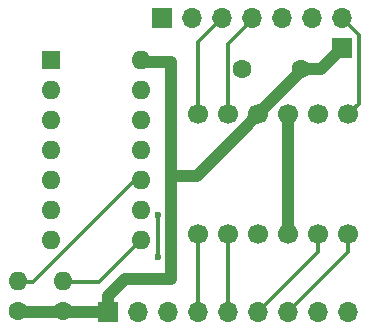
<source format=gbr>
G04 #@! TF.GenerationSoftware,KiCad,Pcbnew,7.0.2*
G04 #@! TF.CreationDate,2025-03-19T22:04:08+13:00*
G04 #@! TF.ProjectId,C128_Pi1541_Interface,43313238-5f50-4693-9135-34315f496e74,rev?*
G04 #@! TF.SameCoordinates,Original*
G04 #@! TF.FileFunction,Copper,L1,Top*
G04 #@! TF.FilePolarity,Positive*
%FSLAX46Y46*%
G04 Gerber Fmt 4.6, Leading zero omitted, Abs format (unit mm)*
G04 Created by KiCad (PCBNEW 7.0.2) date 2025-03-19 22:04:08*
%MOMM*%
%LPD*%
G01*
G04 APERTURE LIST*
G04 #@! TA.AperFunction,ComponentPad*
%ADD10R,1.700000X1.700000*%
G04 #@! TD*
G04 #@! TA.AperFunction,ComponentPad*
%ADD11C,1.600000*%
G04 #@! TD*
G04 #@! TA.AperFunction,ComponentPad*
%ADD12O,1.600000X1.600000*%
G04 #@! TD*
G04 #@! TA.AperFunction,ComponentPad*
%ADD13R,1.600000X1.600000*%
G04 #@! TD*
G04 #@! TA.AperFunction,ComponentPad*
%ADD14C,1.700000*%
G04 #@! TD*
G04 #@! TA.AperFunction,ComponentPad*
%ADD15O,1.700000X1.700000*%
G04 #@! TD*
G04 #@! TA.AperFunction,ViaPad*
%ADD16C,0.600000*%
G04 #@! TD*
G04 #@! TA.AperFunction,Conductor*
%ADD17C,1.000000*%
G04 #@! TD*
G04 #@! TA.AperFunction,Conductor*
%ADD18C,0.300000*%
G04 #@! TD*
G04 APERTURE END LIST*
D10*
G04 #@! TO.P,,1*
G04 #@! TO.N,+5v*
X138430000Y-66167000D03*
G04 #@! TD*
D11*
G04 #@! TO.P,,1*
G04 #@! TO.N,+5v*
X110998000Y-88392000D03*
D12*
G04 #@! TO.P,,2*
G04 #@! TO.N,CLK*
X110998000Y-85852000D03*
G04 #@! TD*
D13*
G04 #@! TO.P,U1,1*
G04 #@! TO.N,GND*
X113792000Y-67183000D03*
D12*
G04 #@! TO.P,U1,2*
G04 #@! TO.N,N/C*
X113792000Y-69723000D03*
G04 #@! TO.P,U1,3*
G04 #@! TO.N,GND*
X113792000Y-72263000D03*
G04 #@! TO.P,U1,4*
G04 #@! TO.N,N/C*
X113792000Y-74803000D03*
G04 #@! TO.P,U1,5*
G04 #@! TO.N,GND*
X113792000Y-77343000D03*
G04 #@! TO.P,U1,6*
G04 #@! TO.N,N/C*
X113792000Y-79883000D03*
G04 #@! TO.P,U1,7*
G04 #@! TO.N,GND*
X113792000Y-82423000D03*
G04 #@! TO.P,U1,8*
G04 #@! TO.N,DATA*
X121412000Y-82423000D03*
G04 #@! TO.P,U1,9*
G04 #@! TO.N,OUT_DATA*
X121412000Y-79883000D03*
G04 #@! TO.P,U1,10*
G04 #@! TO.N,CLK*
X121412000Y-77343000D03*
G04 #@! TO.P,U1,11*
G04 #@! TO.N,OUT_CLK*
X121412000Y-74803000D03*
G04 #@! TO.P,U1,12*
G04 #@! TO.N,N/C*
X121412000Y-72263000D03*
G04 #@! TO.P,U1,13*
G04 #@! TO.N,GND*
X121412000Y-69723000D03*
G04 #@! TO.P,U1,14*
G04 #@! TO.N,+5v*
X121412000Y-67183000D03*
G04 #@! TD*
D11*
G04 #@! TO.P,,1*
G04 #@! TO.N,+5v*
X114808000Y-88392000D03*
D12*
G04 #@! TO.P,,2*
G04 #@! TO.N,DATA*
X114808000Y-85852000D03*
G04 #@! TD*
D14*
G04 #@! TO.P,Level Shifter,1*
G04 #@! TO.N,IN_ATN*
X126238000Y-81915000D03*
G04 #@! TO.P,Level Shifter,2*
G04 #@! TO.N,IN_CLK*
X128778000Y-81915000D03*
G04 #@! TO.P,Level Shifter,3*
G04 #@! TO.N,+3v3*
X131318000Y-81915000D03*
G04 #@! TO.P,Level Shifter,4*
G04 #@! TO.N,GND*
X133858000Y-81915000D03*
G04 #@! TO.P,Level Shifter,5*
G04 #@! TO.N,IN_DATA*
X136398000Y-81915000D03*
G04 #@! TO.P,Level Shifter,6*
G04 #@! TO.N,PI_RES*
X138938000Y-81915000D03*
G04 #@! TO.P,Level Shifter,7*
G04 #@! TO.N,DRESET*
X138938000Y-71755000D03*
G04 #@! TO.P,Level Shifter,8*
G04 #@! TO.N,DATA*
X136398000Y-71755000D03*
G04 #@! TO.P,Level Shifter,9*
G04 #@! TO.N,GND*
X133858000Y-71755000D03*
G04 #@! TO.P,Level Shifter,10*
G04 #@! TO.N,+5v*
X131318000Y-71755000D03*
G04 #@! TO.P,Level Shifter,11*
G04 #@! TO.N,CLK*
X128778000Y-71755000D03*
G04 #@! TO.P,Level Shifter,12*
G04 #@! TO.N,ATN*
X126238000Y-71755000D03*
G04 #@! TD*
D11*
G04 #@! TO.P,,1*
G04 #@! TO.N,GND*
X129961000Y-67945000D03*
G04 #@! TO.P,,2*
G04 #@! TO.N,+5v*
X134961000Y-67945000D03*
G04 #@! TD*
D10*
G04 #@! TO.P,,1*
G04 #@! TO.N,+5v*
X118618000Y-88519000D03*
D15*
G04 #@! TO.P,,2*
G04 #@! TO.N,OUT_CLK*
X121158000Y-88519000D03*
G04 #@! TO.P,,3*
G04 #@! TO.N,OUT_DATA*
X123698000Y-88519000D03*
G04 #@! TO.P,,4*
G04 #@! TO.N,IN_ATN*
X126238000Y-88519000D03*
G04 #@! TO.P,,5*
G04 #@! TO.N,IN_CLK*
X128778000Y-88519000D03*
G04 #@! TO.P,,6*
G04 #@! TO.N,IN_DATA*
X131318000Y-88519000D03*
G04 #@! TO.P,,7*
G04 #@! TO.N,PI_RES*
X133858000Y-88519000D03*
G04 #@! TO.P,,8*
G04 #@! TO.N,+3v3*
X136398000Y-88519000D03*
G04 #@! TO.P,,9*
G04 #@! TO.N,GND*
X138938000Y-88519000D03*
G04 #@! TD*
D10*
G04 #@! TO.P,,1*
G04 #@! TO.N,SRQ*
X123190000Y-63627000D03*
D15*
G04 #@! TO.P,,2*
G04 #@! TO.N,GND*
X125730000Y-63627000D03*
G04 #@! TO.P,,3*
G04 #@! TO.N,ATN*
X128270000Y-63627000D03*
G04 #@! TO.P,,4*
G04 #@! TO.N,CLK*
X130810000Y-63627000D03*
G04 #@! TO.P,,5*
G04 #@! TO.N,DATA*
X133350000Y-63627000D03*
G04 #@! TO.P,,6*
G04 #@! TO.N,KEY*
X135890000Y-63627000D03*
G04 #@! TO.P,,7*
G04 #@! TO.N,DRESET*
X138430000Y-63627000D03*
G04 #@! TD*
D16*
G04 #@! TO.N,OUT_DATA*
X122809000Y-83820000D03*
X122809000Y-80264000D03*
G04 #@! TD*
D17*
G04 #@! TO.N,+5v*
X134961000Y-67945000D02*
X134874000Y-67945000D01*
X120015000Y-85725000D02*
X123952000Y-85725000D01*
X123952000Y-76962000D02*
X126111000Y-76962000D01*
X110871000Y-88519000D02*
X114681000Y-88519000D01*
X126111000Y-76962000D02*
X135128000Y-67945000D01*
X134961000Y-67945000D02*
X136652000Y-67945000D01*
X123952000Y-85725000D02*
X123952000Y-75819000D01*
X123952000Y-75565000D02*
X123952000Y-67365022D01*
X134874000Y-67945000D02*
X134833489Y-67985511D01*
X114808000Y-88519000D02*
X118618000Y-88519000D01*
X118618000Y-87122000D02*
X120015000Y-85725000D01*
X123952000Y-67365022D02*
X121467022Y-67365022D01*
X118618000Y-88265000D02*
X118618000Y-87122000D01*
X136652000Y-67945000D02*
X138430000Y-66167000D01*
X135128000Y-67945000D02*
X134961000Y-67945000D01*
G04 #@! TO.N,GND*
X133858000Y-81915000D02*
X133858000Y-71755000D01*
D18*
G04 #@! TO.N,DRESET*
X138430000Y-63627000D02*
X139827000Y-65024000D01*
X139827000Y-70866000D02*
X138938000Y-71755000D01*
X139827000Y-65024000D02*
X139827000Y-70866000D01*
G04 #@! TO.N,ATN*
X126238000Y-65659000D02*
X128270000Y-63627000D01*
X126238000Y-71755000D02*
X126238000Y-65659000D01*
G04 #@! TO.N,CLK*
X120904000Y-77343000D02*
X112268000Y-85979000D01*
X121412000Y-77343000D02*
X121158000Y-77089000D01*
X128778000Y-71755000D02*
X128778000Y-65786000D01*
X112268000Y-85979000D02*
X110998000Y-85979000D01*
X121412000Y-77343000D02*
X120904000Y-77343000D01*
X128778000Y-65786000D02*
X130937000Y-63627000D01*
G04 #@! TO.N,DATA*
X117856000Y-85979000D02*
X114681000Y-85979000D01*
X121412000Y-82423000D02*
X117856000Y-85979000D01*
G04 #@! TO.N,IN_CLK*
X128778000Y-81915000D02*
X128778000Y-88265000D01*
G04 #@! TO.N,IN_ATN*
X126238000Y-81915000D02*
X126238000Y-88265000D01*
G04 #@! TO.N,IN_DATA*
X136398000Y-81915000D02*
X136398000Y-83439000D01*
X131318000Y-88392000D02*
X131318000Y-88519000D01*
X136398000Y-83439000D02*
X131318000Y-88519000D01*
G04 #@! TO.N,PI_RES*
X138938000Y-81915000D02*
X138938000Y-83439000D01*
X138938000Y-83439000D02*
X133858000Y-88519000D01*
X138938000Y-81915000D02*
X139065000Y-82042000D01*
G04 #@! TO.N,OUT_DATA*
X122809000Y-80264000D02*
X122809000Y-83820000D01*
G04 #@! TD*
M02*

</source>
